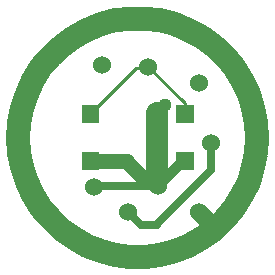
<source format=gbr>
G04 start of page 3 for group 1 idx 1 *
G04 Title: (unknown), solder *
G04 Creator: pcb 20140316 *
G04 CreationDate: Sat Sep  5 02:44:50 2015 UTC *
G04 For: dima *
G04 Format: Gerber/RS-274X *
G04 PCB-Dimensions (mil): 944.88 944.88 *
G04 PCB-Coordinate-Origin: lower left *
%MOIN*%
%FSLAX25Y25*%
%LNBOTTOM*%
%ADD48C,0.0200*%
%ADD47C,0.0350*%
%ADD46C,0.0439*%
%ADD45C,0.0600*%
%ADD44C,0.0787*%
%ADD43C,0.0001*%
%ADD42C,0.0565*%
%ADD41C,0.0494*%
%ADD40C,0.0336*%
%ADD39C,0.0250*%
%ADD38C,0.0730*%
%ADD37C,0.0100*%
G54D37*X44488Y68110D02*X31496Y55118D01*
X50787Y70866D02*X62992Y58661D01*
X56299Y58268D02*X53543Y55512D01*
G54D38*Y33071D01*
G54D37*X62992Y58661D02*Y55906D01*
X44094Y67717D02*X46850Y70472D01*
X50787D01*
G54D39*X53543Y18110D02*X48819D01*
G54D40*X62992Y40157D02*X54724Y31890D01*
G54D41*X43307Y39370D02*X49213Y33465D01*
G54D39*X48881Y18110D02*X48361D01*
X43963Y22508D01*
X53937Y31102D02*X33071D01*
X32677Y30709D01*
G54D41*X31496Y39370D02*X43701D01*
G54D39*X53207Y18110D02*X71648Y36551D01*
Y45256D01*
G54D42*X67717Y22441D02*X72441Y17717D01*
G54D43*G36*
X28543Y58071D02*Y52165D01*
X34449D01*
Y58071D01*
X28543D01*
G37*
G36*
Y42323D02*Y36417D01*
X34449D01*
Y42323D01*
X28543D01*
G37*
G54D44*X15074Y23872D02*X18257Y20024D01*
X12399Y28088D02*X15074Y23872D01*
X10273Y32606D02*X12399Y28088D01*
X8730Y37355D02*X10273Y32606D01*
X7794Y42260D02*X8730Y37355D01*
X7480Y47244D02*X7794Y42260D01*
X7480Y47244D02*X7794Y52228D01*
X8730Y57133D01*
X10273Y61882D01*
X12399Y66400D01*
X15074Y70617D01*
X18257Y74464D01*
X21898Y77883D01*
X25937Y80818D01*
X30313Y83224D01*
X34956Y85062D01*
X39793Y86304D01*
X44747Y86930D01*
X49741D01*
X54695Y86304D01*
X59532Y85062D01*
X64175Y83224D01*
X68551Y80818D01*
X72591Y77883D01*
X76231Y74464D01*
X79414Y70617D01*
X82089Y66400D01*
X84215Y61882D01*
G54D43*G36*
X60039Y42323D02*Y36417D01*
X65945D01*
Y42323D01*
X60039D01*
G37*
G36*
Y58071D02*Y52165D01*
X65945D01*
Y58071D01*
X60039D01*
G37*
G54D44*X84215Y61882D02*X85759Y57133D01*
X86694Y52228D01*
X87008Y47244D01*
X86694Y42260D02*X87008Y47244D01*
X85759Y37355D02*X86694Y42260D01*
X84215Y32606D02*X85759Y37355D01*
X82089Y28088D02*X84215Y32606D01*
X79414Y23872D02*X82089Y28088D01*
X76231Y20024D02*X79414Y23872D01*
X72591Y16606D02*X76231Y20024D01*
X68551Y13670D02*X72591Y16606D01*
X64175Y11265D02*X68551Y13670D01*
X59532Y9426D02*X64175Y11265D01*
X54695Y8185D02*X59532Y9426D01*
X49741Y7559D02*X54695Y8185D01*
X44747Y7559D02*X49741D01*
X39793Y8185D02*X44747Y7559D01*
X34956Y9426D02*X39793Y8185D01*
X30313Y11265D02*X34956Y9426D01*
X25937Y13670D02*X30313Y11265D01*
X21898Y16606D02*X25937Y13670D01*
X18257Y20024D02*X21898Y16606D01*
G54D45*X32677Y30709D03*
X71738Y45592D03*
X43963Y22508D03*
X53937Y31102D03*
X67636Y65359D03*
X35370Y71432D03*
X50787Y70866D03*
G54D46*X56299Y58268D03*
G54D45*X67717Y22441D03*
G54D47*G54D48*G54D47*M02*

</source>
